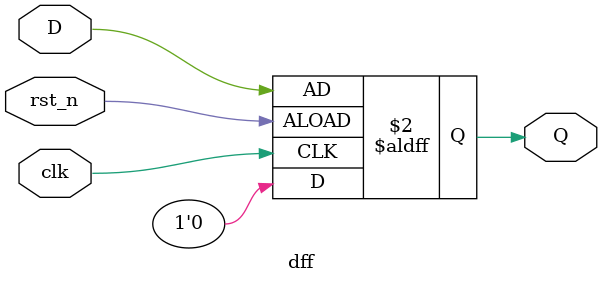
<source format=v>
module dff (
    input  wire clk,
    input  wire rst_n,
    input  wire D,
    output reg  Q
);
    always @(posedge clk or negedge rst_n) begin
        if (rst_n)
            Q <= 1'b0;
        else
            Q <= D;
    end
endmodule
</source>
